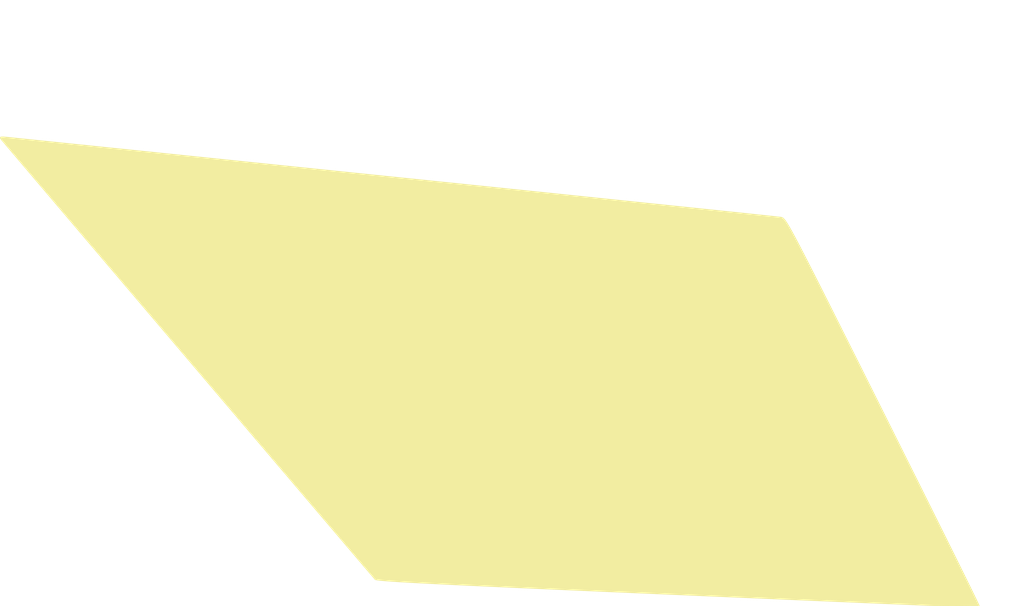
<source format=kicad_pcb>

(kicad_pcb (version 4) (host pcbnew 4.0.7)

	(general
		(links 0)
		(no_connects 0)
		(area 77.052499 41.877835 92.193313 53.630501)
		(thickness 1.6)
		(drawings 8)
		(tracks 0)
		(zones 0)
		(modules 1)
		(nets 1)
	)

	(page A4)
	(layers
		(0 F.Cu signal)
		(31 B.Cu signal)
		(32 B.Adhes user)
		(33 F.Adhes user)
		(34 B.Paste user)
		(35 F.Paste user)
		(36 B.SilkS user)
		(37 F.SilkS user)
		(38 B.Mask user)
		(39 F.Mask user)
		(40 Dwgs.User user)
		(41 Cmts.User user)
		(42 Eco1.User user)
		(43 Eco2.User user)
		(44 Edge.Cuts user)
		(45 Margin user)
		(46 B.CrtYd user)
		(47 F.CrtYd user)
		(48 B.Fab user)
		(49 F.Fab user)
	)

	(setup
		(last_trace_width 0.25)
		(trace_clearance 0.2)
		(zone_clearance 0.508)
		(zone_45_only no)
		(trace_min 0.2)
		(segment_width 0.2)
		(edge_width 0.15)
		(via_size 0.6)
		(via_drill 0.4)
		(via_min_size 0.4)
		(via_min_drill 0.3)
		(uvia_size 0.3)
		(uvia_drill 0.1)
		(uvias_allowed no)
		(uvia_min_size 0.2)
		(uvia_min_drill 0.1)
		(pcb_text_width 0.3)
		(pcb_text_size 1.5 1.5)
		(mod_edge_width 0.15)
		(mod_text_size 1 1)
		(mod_text_width 0.15)
		(pad_size 1.524 1.524)
		(pad_drill 0.762)
		(pad_to_mask_clearance 0.2)
		(aux_axis_origin 0 0)
		(visible_elements FFFFFF7F)
		(pcbplotparams
			(layerselection 0x010f0_80000001)
			(usegerberextensions false)
			(excludeedgelayer true)
			(linewidth 0.100000)
			(plotframeref false)
			(viasonmask false)
			(mode 1)
			(useauxorigin false)
			(hpglpennumber 1)
			(hpglpenspeed 20)
			(hpglpendiameter 15)
			(hpglpenoverlay 2)
			(psnegative false)
			(psa4output false)
			(plotreference true)
			(plotvalue true)
			(plotinvisibletext false)
			(padsonsilk false)
			(subtractmaskfromsilk false)
			(outputformat 1)
			(mirror false)
			(drillshape 1)
			(scaleselection 1)
			(outputdirectory gerbers/))
	)

	(net 0 "")

	(net_class Default "This is the default net class."
		(clearance 0.2)
		(trace_width 0.25)
		(via_dia 0.6)
		(via_drill 0.4)
		(uvia_dia 0.3)
		(uvia_drill 0.1)
	)
(module LOGO (layer F.Cu)
  (at 0 0)
 (fp_text reference "G***" (at 0 0) (layer F.SilkS) hide
  (effects (font (thickness 0.3)))
  )
  (fp_text value "LOGO" (at 0.75 0) (layer F.SilkS) hide
  (effects (font (thickness 0.3)))
  )
)
(module LOGO (layer F.Cu)
  (at 0 0)
 (fp_text reference "G***" (at 0 0) (layer F.SilkS) hide
  (effects (font (thickness 0.3)))
  )
  (fp_text value "LOGO" (at 0.75 0) (layer F.SilkS) hide
  (effects (font (thickness 0.3)))
  )
  (fp_poly (pts (xy -3.949614 -0.339394) (xy -3.943350 -0.338727) (xy -3.923824 -0.336691) (xy -3.880173 -0.332174) (xy -3.813540 -0.325294) (xy -3.725066 -0.316168) (xy -3.615893 -0.304915) (xy -3.487165 -0.291651)
     (xy -3.340022 -0.276495) (xy -3.175607 -0.259564) (xy -2.995062 -0.240975) (xy -2.799529 -0.220847) (xy -2.590150 -0.199296) (xy -2.368068 -0.176440) (xy -2.134424 -0.152397) (xy -1.890360 -0.127285)
     (xy -1.637019 -0.101221) (xy -1.375542 -0.074322) (xy -1.107073 -0.046706) (xy -0.901700 -0.025583) (xy -0.629228 0.002453) (xy -0.363157 0.029852) (xy -0.104613 0.056498) (xy 0.145280 0.082274)
     (xy 0.385397 0.107064) (xy 0.614613 0.130751) (xy 0.831804 0.153217) (xy 1.035844 0.174348) (xy 1.225610 0.194025) (xy 1.399976 0.212132) (xy 1.557818 0.228553) (xy 1.698011 0.243170)
     (xy 1.819430 0.255868) (xy 1.920951 0.266528) (xy 2.001448 0.275036) (xy 2.059798 0.281273) (xy 2.094875 0.285124) (xy 2.105330 0.286391) (xy 2.111405 0.287660) (xy 2.117537 0.290132)
     (xy 2.124327 0.294951) (xy 2.132375 0.303259) (xy 2.142280 0.316200) (xy 2.154644 0.334915) (xy 2.170065 0.360547) (xy 2.189145 0.394240) (xy 2.212483 0.437136) (xy 2.240678 0.490377)
     (xy 2.274333 0.555107) (xy 2.314045 0.632468) (xy 2.360416 0.723602) (xy 2.414045 0.829654) (xy 2.475533 0.951764) (xy 2.545479 1.091077) (xy 2.624484 1.248735) (xy 2.713148 1.425880)
     (xy 2.812070 1.623655) (xy 2.902255 1.804011) (xy 2.993966 1.987521) (xy 3.082488 2.164834) (xy 3.167159 2.334617) (xy 3.247321 2.495536) (xy 3.322310 2.646260) (xy 3.391467 2.785455)
     (xy 3.454131 2.911789) (xy 3.509640 3.023929) (xy 3.557335 3.120541) (xy 3.596554 3.200294) (xy 3.626635 3.261853) (xy 3.646919 3.303887) (xy 3.656745 3.325063) (xy 3.657600 3.327378)
     (xy 3.658164 3.329307) (xy 3.659154 3.331096) (xy 3.659518 3.332706) (xy 3.658203 3.334098) (xy 3.654155 3.335235) (xy 3.646321 3.336077) (xy 3.633648 3.336585) (xy 3.615084 3.336722)
     (xy 3.589575 3.336448) (xy 3.556069 3.335725) (xy 3.513512 3.334514) (xy 3.460851 3.332777) (xy 3.397033 3.330474) (xy 3.321005 3.327568) (xy 3.231715 3.324020) (xy 3.128109 3.319790)
     (xy 3.009133 3.314841) (xy 2.873737 3.309133) (xy 2.720865 3.302629) (xy 2.549465 3.295288) (xy 2.358484 3.287074) (xy 2.146870 3.277947) (xy 1.913568 3.267868) (xy 1.657527 3.256799)
     (xy 1.377692 3.244702) (xy 1.227303 3.238202) (xy 0.933615 3.225478) (xy 0.664381 3.213737) (xy 0.418674 3.202933) (xy 0.195570 3.193020) (xy -0.005858 3.183950) (xy -0.186534 3.175678)
     (xy -0.347385 3.168156) (xy -0.489336 3.161338) (xy -0.613313 3.155177) (xy -0.720240 3.149627) (xy -0.811044 3.144641) (xy -0.886651 3.140172) (xy -0.947986 3.136174) (xy -0.995974 3.132601)
     (xy -1.031541 3.129404) (xy -1.055613 3.126539) (xy -1.069115 3.123958) (xy -1.072747 3.122325) (xy -1.082817 3.110651) (xy -1.108312 3.080814) (xy -1.148215 3.034012) (xy -1.201508 2.971442)
     (xy -1.267174 2.894302) (xy -1.344194 2.803789) (xy -1.431552 2.701099) (xy -1.528230 2.587432) (xy -1.633211 2.463982) (xy -1.745477 2.331949) (xy -1.864010 2.192530) (xy -1.987794 2.046921)
     (xy -2.115810 1.896320) (xy -2.247041 1.741925) (xy -2.380470 1.584932) (xy -2.515079 1.426540) (xy -2.649850 1.267945) (xy -2.783767 1.110344) (xy -2.915811 0.954936) (xy -3.044966 0.802917)
     (xy -3.170213 0.655484) (xy -3.290535 0.513836) (xy -3.404915 0.379169) (xy -3.512336 0.252680) (xy -3.611778 0.135568) (xy -3.702226 0.029029) (xy -3.782662 -0.065739) (xy -3.852068 -0.147540)
     (xy -3.909427 -0.215175) (xy -3.953721 -0.267447) (xy -3.983932 -0.303160) (xy -3.999044 -0.321115) (xy -4.000500 -0.322884) (xy -4.009531 -0.335935) (xy -4.006974 -0.342230) (xy -3.988458 -0.342979)
     (xy -3.949614 -0.339394) )(layer F.SilkS) (width  0.010000)
  )
)

)

</source>
